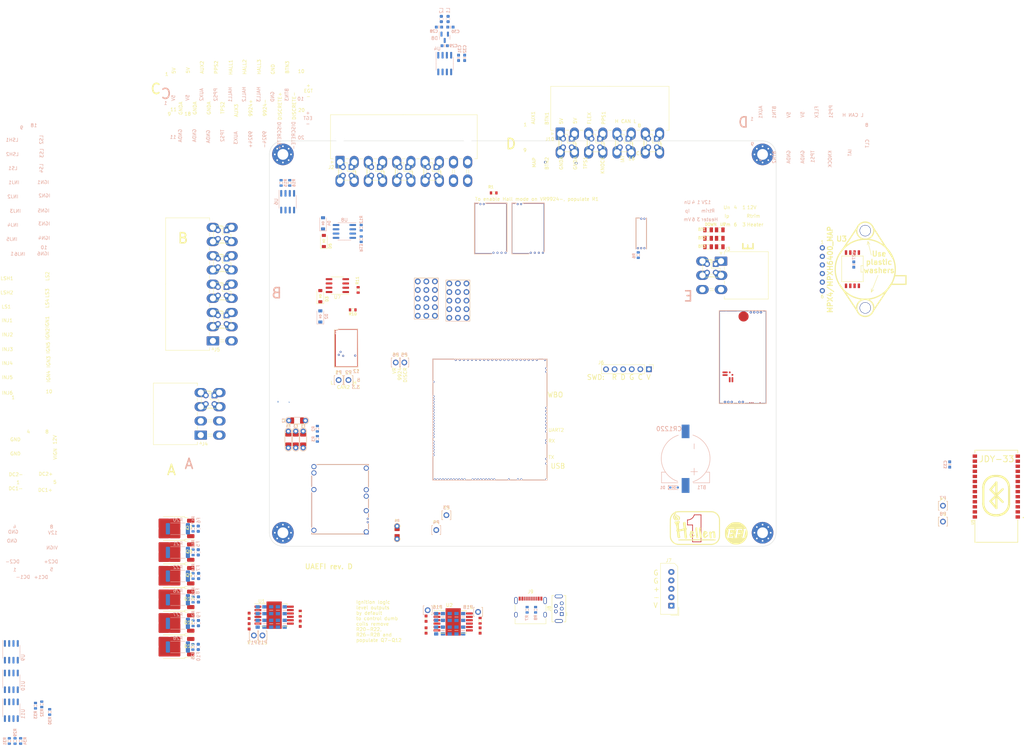
<source format=kicad_pcb>
(kicad_pcb (version 20240108) (generator "pcbnew") (generator_version "8.0")
  (title_block (title "UAEFI") (date "2024-08-15") (rev "D"))
  (layers (0 "F.Cu" signal) (31 "B.Cu" signal) (34 "B.Paste" user) (35 "F.Paste" user) (36 "B.SilkS" user "B.Silkscreen") (37 "F.SilkS" user "F.Silkscreen") (38 "B.Mask" user) (39 "F.Mask" user) (44 "Edge.Cuts" user))
  (net 0 "")
  (net 1 "Net-(BT1-+)")
  (net 2 "GND")
  (net 3 "/DC Driver 1/PWR")
  (net 4 "/OUT_DC1-")
  (net 5 "/OUT_DC1+")
  (net 6 "/DC Driver 2/PWR")
  (net 7 "/OUT_DC2-")
  (net 8 "/OUT_DC2+")
  (net 9 "+5VA")
  (net 10 "Net-(U4-T-)")
  (net 11 "Net-(U4-T+)")
  (net 12 "+3.3VA")
  (net 13 "/VBAT")
  (net 14 "+12V_RAW")
  (net 15 "/OUT_LS1")
  (net 16 "/OUT_LS2")
  (net 17 "/OUT_LS3")
  (net 18 "/OUT_LS4")
  (net 21 "/IN_VIGN")
  (net 22 "+12V")
  (net 23 "Net-(G4-Pad1)")
  (net 24 "Net-(G4-Pad12)")
  (net 25 "Net-(G4-Pad13)")
  (net 26 "Net-(G4-Pad14)")
  (net 27 "Net-(G4-Pad10)")
  (net 28 "+5VP")
  (net 29 "/IN_PPS2")
  (net 30 "/IN_PPS1")
  (net 31 "/IN_CLT")
  (net 32 "/IN_IAT")
  (net 33 "/CAN-")
  (net 34 "/CAN+")
  (net 35 "GNDA")
  (net 36 "/IN_TPS1")
  (net 37 "/IN_TPS2")
  (net 38 "/IN_AUX3")
  (net 39 "/IN_AUX2")
  (net 40 "/IN_AUX1")
  (net 41 "/IN_BUTTON2")
  (net 42 "/IN_BUTTON1")
  (net 43 "/IN_HALL3")
  (net 44 "/IN_HALL2")
  (net 45 "/IN_HALL1")
  (net 46 "/IN_MAP")
  (net 47 "/EGT+")
  (net 48 "/IN_BUTTON3")
  (net 49 "/IN_KNOCK_RAW")
  (net 50 "/IN_FLEX")
  (net 51 "/VR_MAX9924+")
  (net 52 "/EGT-")
  (net 53 "/WBO_Un")
  (net 54 "/WBO_Vm")
  (net 55 "/WBO_Ip")
  (net 56 "/WBO_Rtrim")
  (net 57 "/WBO_Heater")
  (net 58 "/OUT_IGN6")
  (net 59 "/OUT_IGN5")
  (net 60 "/OUT_IGN4")
  (net 61 "/OUT_IGN3")
  (net 62 "/OUT_IGN2")
  (net 63 "/OUT_IGN1")
  (net 64 "/OUT_INJ6")
  (net 65 "/OUT_INJ5")
  (net 66 "/OUT_INJ4")
  (net 67 "/OUT_INJ3")
  (net 68 "/OUT_INJ2")
  (net 69 "/OUT_INJ1")
  (net 70 "Net-(J6-Pin_1)")
  (net 71 "Net-(J6-Pin_2)")
  (net 72 "Net-(J6-Pin_4)")
  (net 73 "Net-(J6-Pin_5)")
  (net 75 "/VBUS")
  (net 76 "/USB-")
  (net 77 "/USB+")
  (net 79 "Net-(J9-CC1)")
  (net 81 "Net-(J9-CC2)")
  (net 84 "/VIGN")
  (net 85 "+5V")
  (net 86 "/PWR_EN")
  (net 87 "Net-(M1-PG_5VP)")
  (net 88 "/IN_KNOCK")
  (net 89 "/VR_MAX9924-")
  (net 90 "/VR_DISCRETE+")
  (net 91 "/VR_DISCRETE-")
  (net 94 "/VR_DISCRETE_THR")
  (net 97 "/DC2_DIS")
  (net 98 "/DC2_DIR")
  (net 99 "/DC1_DIS")
  (net 100 "/LS2")
  (net 101 "/LS1")
  (net 102 "/INJ6")
  (net 103 "/INJ5")
  (net 104 "/INJ4")
  (net 105 "/INJ3")
  (net 106 "/INJ2")
  (net 107 "/INJ1")
  (net 108 "/LS3")
  (net 109 "/LS4")
  (net 110 "/DC1_PWM")
  (net 111 "/DC1_DIR")
  (net 112 "/DC2_PWM")
  (net 113 "Net-(M5-PULL_DOWN1)")
  (net 118 "/EGT/SPI_CS")
  (net 119 "/EGT/SPI_SCK")
  (net 120 "/EGT/SPI_SO")
  (net 127 "+3.3V")
  (net 128 "/IN_VMAIN")
  (net 129 "/INTERNAL_MAP")
  (net 130 "/ADC3")
  (net 131 "/IGN6")
  (net 132 "/IGN5")
  (net 133 "/IGN4")
  (net 134 "/IGN3")
  (net 135 "/IGN2")
  (net 136 "/IGN1")
  (net 138 "Net-(Q7-G)")
  (net 139 "Net-(Q8-G)")
  (net 140 "Net-(Q9-G)")
  (net 141 "Net-(Q10-G)")
  (net 142 "Net-(Q11-G)")
  (net 143 "Net-(Q12-G)")
  (net 150 "Net-(M6-SPI2_CS_{slash}_CAN2_RX_(PB12))")
  (net 151 "Net-(M6-SPI2_SCK_{slash}_CAN2_TX_(PB13))")
  (net 152 "Net-(M6-UART2_TX_(PD5))")
  (net 153 "Net-(M6-UART2_RX_(PD6))")
  (net 154 "Net-(M6-LED_GREEN)")
  (net 155 "Net-(M6-LED_YELLOW)")
  (net 156 "Net-(M7-CANL)")
  (net 157 "Net-(M7-CANH)")
  (net 163 "/VREF1")
  (net 168 "/PG_5VP")
  (net 169 "Net-(F5-Pad1)")
  (net 170 "Net-(F6-Pad1)")
  (net 171 "Net-(F7-Pad1)")
  (net 172 "Net-(F8-Pad1)")
  (net 173 "Net-(F9-Pad1)")
  (net 174 "Net-(F10-Pad1)")
  (net 175 "/12V_KEY")
  (net 186 "/OUT_LS_HOT1")
  (net 187 "/OUT_LS_HOT2")
  (net 188 "/LS_HOT2")
  (net 189 "/LS_HOT1")
  (net 190 "/VR_DISCRETE_A")
  (net 191 "/VR_DISCRETE")
  (net 192 "/VR_MAX9924")
  (footprint "hellen-one-common:R0805" (layer "F.Cu") (at 183.322001 71.334)
    (property "Reference" "R40" (hide yes))
    (property "Value" "DNP" (hide yes))
  )
  (footprint "Package_SO:SOIC-8_3.9x4.9mm_P1.27mm" (layer "F.Cu") (at 70.125 82.835 180)
    (property "Reference" "U7")
    (property "Value" "VNLD5160TR-E")
  )
  (footprint "hellen-one-common:C0603" (layer "F.Cu") (at 96.375 181.44 -90)
    (property "Reference" "C24" (hide yes))
    (property "Value" "100n" (hide yes))
  )
  (footprint "hellen-one-common:R0805" (layer "F.Cu") (at 183.322001 68.834)
    (property "Reference" "R39" (hide yes))
    (property "Value" "DNP" (hide yes))
  )
  (footprint "Package_TO_SOT_SMD:TO-252-2" (layer "F.Cu") (at 21.6725 175.725 180)
    (property "Reference" "Q10")
    (property "Value" "ISL9V3040D3ST")
  )
  (footprint "Connector_PinSocket_2.54mm:PinSocket_2x02_P2.54mm_Vertical" (layer "F.Cu") (at 37.315 91.65)
    (property "Reference" "J21" (hide yes))
    (property "Value" "Conn_02x02_Odd_Even")
  )
  (footprint "Connector_Molex:Molex_Mini-Fit_Jr_5569-16A2_2x08_P4.20mm_Horizontal" (layer "F.Cu") (at 136.1 37.875)
    (property "Reference" "J10")
    (property "Value" "5569-16A2")
  )
  (footprint "hellen-one-common:PAD-TH" (layer "F.Cu") (at 249.4 152.7)
    (property "Reference" "P8")
    (property "Value" "Pad" (hide yes))
  )
  (footprint "Connector_PinSocket_2.54mm:PinSocket_2x02_P2.54mm_Vertical" (layer "F.Cu") (at 37.315 83.25)
    (property "Reference" "J20" (hide yes))
    (property "Value" "Conn_02x02_Odd_Even")
  )
  (footprint "hellen-one-wbo-0.5:wbo" (layer "F.Cu") (at 197.171 117.865 90)
    (property "Reference" "M5" (hide yes))
    (property "Value" "Module-wbo-0.5" (hide yes))
  )
  (footprint "hellen-one-common:PAD-TH" (layer "F.Cu") (at 89.94 105.6)
    (property "Reference" "P5")
    (property "Value" "Pad" (hide yes))
  )
  (footprint "Connector_Molex:Molex_Mini-Fit_Jr_5569-20A2_2x10_P4.20mm_Horizontal" (layer "F.Cu") (at 70.9 46.275)
    (property "Reference" "J2")
    (property "Value" "5569-20A2")
  )
  (footprint "Package_TO_SOT_SMD:TO-252-2" (layer "F.Cu") (at 21.6725 154.725 180)
    (property "Reference" "Q7")
    (property "Value" "ISL9V3040D3ST")
  )
  (footprint "Package_TO_SOT_SMD:TO-252-2" (layer "F.Cu") (at 21.6725 161.725 180)
    (property "Reference" "Q8")
    (property "Value" "ISL9V3040D3ST")
  )
  (footprint "Connector_PinSocket_2.54mm:PinSocket_2x02_P2.54mm_Vertical" (layer "F.Cu") (at 99.49 47.75)
    (property "Reference" "J17" (hide yes))
    (property "Value" "Conn_02x02_Odd_Even")
  )
  (footprint "hellen-one-common:PAD-TH" (layer "F.Cu") (at 70.5 110.8)
    (property "Reference" "P1")
    (property "Value" "Pad" (hide yes))
  )
  (footprint "hellen-one-common:C0603" (layer "F.Cu") (at 112.375 184.94 -90)
    (property "Reference" "C26" (hide yes))
    (property "Value" "10n" (hide yes))
  )
  (footprint "hellen-one-common:R0603" (layer "F.Cu") (at 116.4 55.4 180)
    (property "Reference" "R1")
    (property "Value" "4.7k" (hide yes))
  )
  (footprint "hellen-one-common:LOGO" (layer "F.Cu") (at 176.276 154.686)
    (property "Reference" "G2" (hide yes))
    (property "Value" "LOGO" (hide yes))
  )
  (footprint "hellen-one-common:PAD-TH" (layer "F.Cu") (at 73.4 110.8)
    (property "Reference" "P2")
    (property "Value" "Pad" (hide yes))
  )
  (footprint "hellen-one-common:C0603" (layer "F.Cu") (at 59.125 182.94 -90)
    (property "Reference" "C13" (hide yes))
    (property "Value" "10n" (hide yes))
  )
  (footprint "hellen-one-common:PAD-TH" (layer "F.Cu") (at 47.94 186.4)
    (property "Reference" "P15")
    (property "Value" "Pad" (hide yes))
  )
  (footprint "MountingHole:MountingHole_3.2mm_M3_Pad_Via" (layer "F.Cu") (at 54 44)
    (property "Reference" "H1" (hide yes))
    (property "Value" "M3")
  )
  (footprint "MountingHole:MountingHole_3.2mm_M3_Pad_Via" (layer "F.Cu") (at 196 44)
    (property "Reference" "H4" (hide yes))
    (property "Value" "M3")
  )
  (footprint "hellen-one-common:PAD-1206-PAD" (layer "F.Cu") (at 55.6 128.4 -90)
    (property "Reference" "F4")
    (property "Value" "12H1500D" (hide yes))
  )
  (footprint "hellen-one-common:R0805" (layer "F.Cu") (at 179.872001 71.334)
    (property "Reference" "R37" (hide yes))
    (property "Value" "10k" (hide yes))
  )
  (footprint "hellen-one-common:C0603" (layer "F.Cu") (at 44 180.6 -90)
    (property "Reference" "C11" (hide yes))
    (property "Value" "100n" (hide yes))
  )
  (footprint "Connector_Molex:Molex_SPOX_5267-05A_1x05_P2.50mm_Vertical" (layer "F.Cu") (at 169 177.6 90)
    (property "Reference" "J7")
    (property "Value" "Conn_01x05_Male")
  )
  (footprint "hellen-one-common:PAD-TH" (layer "F.Cu") (at 99.4 155.2)
    (property "Reference" "P4")
    (property "Value" "Pad" (hide yes))
  )
  (footprint "MountingHole:MountingHole_3.2mm_M3_Pad_Via" (layer "F.Cu") (at 54 156)
    (property "Reference" "H2" (hide yes))
    (property "Value" "M3")
  )
  (footprint "hellen-one-vr-discrete-0.5:vr-discrete" (layer "F.Cu") (at 121.675 58.325 -90)
    (property "Reference" "M3" (hide yes))
    (property "Value" "Module-vr-discrete-0.5" (hide yes))
  )
  (footprint "hellen-one-common:R0603" (layer "F.Cu") (at 74.675 90.015 180)
    (property "Reference" "R10")
    (property "Value" "4.7k" (hide yes))
  )
  (footprint "hellen-one-common:PAD-TH" (layer "F.Cu") (at 45.4 186.4)
    (property "Reference" "P17")
    (property "Value" "Pad" (hide yes))
  )
  (footprint "hellen-one-common:USB-MINI-B-VERTICAL" (layer "F.Cu") (at 135.675 178.478318 90)
    (property "Reference" "J8")
    (property "Value" "USB_B_Mini")
  )
  (footprint "hellen-one-common:PAD-1206-PAD" (layer "F.Cu") (at 57.8 128.4 -90)
    (property "Reference" "F3")
    (property "Value" "12H1500D" (hide yes))
  )
  (footprint "hellen-one-knock-0.2:knock" (layer "F.Cu") (at 158.4 62.75 -90)
    (property "Reference" "M2" (hide yes))
    (property "Value" "Module-knock-0.2" (hide yes))
  )
  (footprint "hellen-one-common:C0603" (layer "F.Cu") (at 96.375 184.94 90)
    (property "Reference" "C25" (hide yes))
    (property "Value" "10n" (hide yes))
  )
  (footprint "hellen-one-common:PAD-TH" (layer "F.Cu") (at 111.775 179.44)
    (property "Reference" "P18")
    (property "Value" "Pad" (hide yes))
  )
  (footprint "hellen-one-power_12and5V-0.2:power_12and5V" (layer "F.Cu") (at 62.424999 156.475001)
    (property "Reference" "M1" (hide yes))
    (property "Value" "Module-power_12and5V-0.2" (hide yes))
  )
  (footprint "Package_TO_SOT_SMD:TO-252-2" (layer "F.Cu") (at 21.6725 189.725 180)
    (property "Reference" "Q12")
    (property "Value" "ISL9V3040D3ST")
  )
  (footprint "hellen-one-common:PAD-TH" (layer "F.Cu") (at 87.4 105.6)
    (property "Reference" "P6")
    (property "Value" "Pad" (hide yes))
  )
  (footprint "hellen-one-can-0.1:can" (layer "F.Cu") (at 69.181663 95.637502 -90)
    (property "Reference" "M7" (hide yes))
    (property "Value" "Module-can-0.1" (hide yes))
  )
  (footprint "hellen-one-common:R0603" (layer "F.Cu") (at 59.125 179.94 -90)
    (property "Reference" "R9" (hide yes))
    (property "Value" "4.7k" (hide yes))
  )
  (footprint "Connector_PinSocket_2.54mm:PinSocket_2x02_P2.54mm_Vertical" (layer "F.Cu") (at 156.29 39.35)
    (property "Reference" "J11" (hide yes))
    (property "Value" "Conn_02x02_Odd_Even")
  )
  (footprint "Connector_Molex:Molex_Mini-Fit_Jr_5569-18A2_2x09_P4.20mm_Horizontal" (layer "F.Cu") (at 33.275 99.2 90)
    (property "Reference" "J5")
    (property "Value" "5569-18A2")
  )
  (footprint "Package_TO_SOT_SMD:TO-252-2" (layer "F.Cu") (at 21.6725 168.725 180)
    (property "Reference" "Q9")
    (property "Value" "ISL9V3040D3ST")
  )
  (footprint "kicad6-libraries:JDY-33" (layer "F.Cu") (at 265.2 145 180)
    (property "Reference" "U5")
    (property "Value" "JDY-33")
  )
  (footprint "Connector_PinSocket_2.54mm:PinSocket_2x02_P2.54mm_Vertical" (layer "F.Cu") (at 164.69 39.35)
    (property "Reference" "J1" (hide yes))
    (property "Value" "Conn_02x02_Odd_Even")
  )
  (footprint "Connector_Molex:Molex_Mini-Fit_Jr_5569-06A2_2x03_P4.20mm_Horizontal" (layer "F.Cu") (at 183.7 75.6 -90)
    (property "Reference" "J3")
    (property "Value" "5569-06A2")
  )
  (footprint "hellen-one-common:R0805" (layer "F.Cu") (at 179.872001 66.334)
    (property "Reference" "R35" (hide yes))
    (property "Value" "10k" (hide yes))
  )
  (footprint "Connector_PinSocket_2.54mm:PinSocket_2x02_P2.54mm_Vertical" (layer "F.Cu") (at 91.09 47.75)
    (property "Reference" "J16" (hide yes))
    (property "Value" "Conn_02x02_Odd_Even")
  )
  (footprint "hellen-one-common:PAD-1206-PAD" (layer "F.Cu") (at 60 128.4 -90)
    (property "Reference" "F1")
    (property "Value" "12H1500D" (hide yes))
  )
  (footprint "hellen-one-common:PROTO_AREA" (layer "F.Cu") (at 93.92 91.76 90)
    (property "Reference" "G3" (hide yes))
    (property "Value" "PROTO_AREA" (hide yes))
  )
  (footprint "hellen-one-common:PAD-TH" (layer "F.Cu") (at 102.4 150.8)
    (property "Reference" "P3")
    (property "Value" "Pad" (hide yes))
  )
  (footprint "hellen-one-common:PAD-0805-PAD" (layer "F.Cu") (at 87.8 155.950001 -90)
    (property "Reference" "R4")
    (property "Value" "Jumper-Pad-Pad" (hide yes))
  )
  (footprint "hellen-one-common:R0603" (layer "F.Cu") (at 76.275 84.115 -90)
    (property "Reference" "R11")
    (property "Value" "4.7k" (hide yes))
  )
  (footprint "hellen-one-common:SOD-123" (layer "F.Cu") (at 65.075 85.965 90)
    (property "Reference" "D3")
    (property "Value" "B5819W" (hide yes))
  )
  (footprint "hellen-one-common:R0805" (layer "F.Cu") (at 183.322001 66.334)
    (property "Reference" "R38" (hide yes))
    (property "Value" "DNP" (hide yes))
  )
  (footprint "hellen-one-common:R0805" (layer "F.Cu") (at 179.872001 68.834)
    (property "Reference" "R36" (hide yes))
    (property "Value" "10k" (hide yes))
  )
  (footprint "Package_SO:Infineon_PG-DSO-12-11" (layer "F.Cu") (at 51.4 180.4)
    (property "Reference" "U1")
    (property "Value" "TLE9201SG")
  )
  (footprint "Package_SO:Infineon_PG-DSO-12-11" (layer "F.Cu") (at 104.4 182.4)
    (property "Reference" "U2")
    (property "Value" "TLE9201SG")
  )
  (footprint "Connector_PinSocket_2.54mm:PinSocket_2x02_P2.54mm_Vertical" (layer "F.Cu") (at 182.118 76.454)
    (property "Reference" "J24" (hide yes))
    (property "Value" "Conn_02x02_Odd_Even")
  )
  (footprint "Connector_Molex:Molex_Mini-Fit_Jr_5569-08A2_2x04_P4.20mm_Horizontal" (layer "F.Cu") (at 29.675 127.1 90)
    (property "Reference" "J4")
    (property "Value" "5569-08A2")
  )
  (footprint "hellen-one-common:PAD-TH" (layer "F.Cu") (at 249.4 148)
    (property "Reference" "P7")
    (property "Value" "Pad" (hide yes))
  )
  (footprint "hellen-one-mega-mcu100-0.3:mega-mcu100" (layer "F.Cu") (at 132.275005 104.524995 180)
    (property "Reference" "M6" (hide yes))
    (property "Value" "Module:mega-mcu100/0.3" (hide yes))
  )
  (footprint "Package_TO_SOT_SMD:TO-252-2" (layer "F.Cu") (at 21.6725 182.725 180)
    (property "Reference" "Q11")
    (property "Value" "ISL9V3040D3ST")
  )
  (footprint "Connector_PinSocket_2.54mm:PinSocket_2x02_P2.54mm_Vertical" (layer "F.Cu") (at 139.49 39.35)
    (property "Reference" "J13" (hide yes))
    (property "Value" "Conn_02x02_Odd_Even")
  )
  (footprint "kicad6-libraries:USB_C" (layer "F.Cu") (at 127.3 179.178318)
    (property "Reference" "J9")
    (property "Value" "USB_C")
  )
  (footprint "MountingHole:MountingHole_3.2mm_M3_Pad_Via" (layer "F.Cu") (at 196 156)
    (property "Reference" "H3" (hide yes))
    (property "Value" "M3")
  )
  (footprint "hellen-one-vr-max9924-0.1:vr-max9924" (layer "F.Cu") (at 110.625 58.325 -90)
    (property "Reference" "M4" (hide yes))
    (property "Value" "Module-vr-max9924-0.1" (hide yes))
  )
  (footprint "Connector_PinSocket_2.54mm:PinSocket_2x02_P2.54mm_Vertical" (layer "F.Cu") (at 74.29 47.75)
    (property "Reference" "J14" (hide yes))
    (property "Value" "Conn_02x02_Odd_Even")
  )
  (footprint "kicad6-libraries:rusefi_logo" (layer "F.Cu") (at 188.214 156.21)
    (property "Reference" "G1" (hide yes))
    (property "Value" "RUSEFI_LOGO" (hide yes))
  )
  (footprint "Connector_PinSocket_2.54mm:PinSocket_2x02_P2.54mm_Vertical" (layer "F.Cu") (at 37.315 66.45)
    (property "Reference" "J18" (hide yes))
    (property "Value" "Conn_02x02_Odd_Even")
  )
  (footprint "hellen-one-common:PAD-1206-PAD" (layer "F.Cu") (at 58.2 122.8)
    (property "Reference" "F2")
    (property "Value" "12H1500D" (hide yes))
  )
  (footprint "Connector_PinSocket_2.54mm:PinSocket_2x02_P2.54mm_Vertical" (layer "F.Cu") (at 82.69 47.75)
    (property "Reference" "J15" (hide yes))
    (property "Value" "Conn_02x02_Odd_Even")
  )
  (footprint "hellen-one-common:SOD-123" (layer "F.Cu") (at 66.125 69.625 90)
    (property "Reference" "D5")
    (property "Value" "B5819W" (hide yes))
  )
  (footprint "Connector_PinHeader_2.54mm:PinHeader_1x06_P2.54mm_Vertical" (layer "F.Cu") (at 162.35 107.6 -90)
    (property "Reference" "J6")
    (property "Value" "Conn_01x06")
  )
  (footprint "Connector_PinSocket_2.54mm:PinSocket_2x02_P2.54mm_Vertical" (layer "F.Cu") (at 37.315 74.85)
    (property "Reference" "J19" (hide yes))
    (property "Value" "Conn_02x02_Odd_Even")
  )
  (footprint "Connector_PinSocket_2.54mm:PinSocket_2x02_P2.54mm_Vertical" (layer "F.Cu") (at 33.715 115.35)
    (property "Reference" "J22" (hide yes))
    (property "Value" "Conn_02x02_Odd_Even")
  )
  (footprint "hellen-one-common:R0603" (layer "F.Cu") (at 112.375 182.04 -90)
    (property "Reference" "R14" (hide yes))
    (property "Value" "4.7k" (hide yes))
  )
  (footprint "Connector_PinSocket_2.54mm:PinSocket_2x02_P2.54mm_Vertical" (layer "F.Cu") (at 147.89 39.35)
    (property "Reference" "J12" (hide yes))
    (property "Value" "Conn_02x02_Odd_Even")
  )
  (footprint "kicad6-libraries:MPX-4_MAP" (layer "F.Cu") (at 230.2 78 -90)
    (property "Reference" "U3")
    (property "Value" "MPX4/MPXH6400_MAP")
  )
  (footprint "hellen-one-common:PAD-TH" (layer "F.Cu") (at 96.855 178.94)
    (property "Reference" "P16")
    (property "Value" "Pad" (hide yes))
  )
  (footprint "hellen-one-common:C0603" (layer "F.Cu") (at 44 183.7 90)
    (property "Reference" "C12" (hide yes))
    (property "Value" "10n" (hide yes))
  )
  (footprint "hellen-one-common:PROTO_AREA" (layer "F.Cu") (at 103.26 92.36 90)
    (property "Reference" "G4" (hide yes))
    (property "Value" "PROTO_AREA" (hide yes))
  )
  (footprint "Package_TO_SOT_SMD:SOT-23" (layer "B.Cu") (at 101.9 9.327976 -90)
    (property "Reference" "D8")
    (property "Value" "NUP2105L")
  )
  (footprint "hellen-one-common:C0805" (layer "B.Cu") (at 54.525 182.94 90)
    (property "Reference" "C10" (hide yes))
    (property "Value" "10u" (hide yes))
  )
  (footprint "hellen-one-common:C0603" (layer "B.Cu") (at 223 76.6 -90)
    (property "Reference" "C27")
    (property "Value" "100n" (hide yes))
  )
  (footprint "hellen-one-common:SOD-123" (layer "B.Cu") (at 65.875 64.395 90)
    (property "Reference" "D4")
    (property "Value" "B5819W" (hide yes))
  )
  (footprint "kicad6-libraries:CR1220-2" (layer "B.Cu") (at 173.2 134 90)
    (property "Reference" "BT1")
    (property "Value" "CR1220")
  )
  (footprint "Package_SO:SOIC-8_3.9x4.9mm_P1.27mm" (layer "B.Cu") (at -26.4 200 -90)
    (property "Reference" "U10")
    (property "Value" "VNLD5160TR-E")
  )
  (footprint "hellen-one-common:R0603" (layer "B.Cu") (at -27 217.65 90)
    (property "Reference" "R31")
    (property "Value" "4.7k" (hide yes))
  )
  (footprint "hellen-one-common:C0603" (layer "B.Cu") (at 103.590001 6.309999 180)
    (property "Reference" "C30")
    (property "Value" "10n" (hide yes))
  )
  (footprint "hellen-one-common:C0805" (layer "B.Cu") (at 48.525 182.94 90)
    (property "Reference" "C7" (hide yes))
    (property "Value" "10u" (hide yes))
  )
  (footprint "hellen-one-common:C0603" (layer "B.Cu") (at 251.4 135.790001 -90)
    (property "Reference" "C33")
    (property "Value" "100n" (hide yes))
  )
  (footprint "hellen-one-common:C0603" (layer "B.Cu") (at 101.9 11.827976)
    (property "Reference" "C29")
    (property "Value" "100n" (hide yes))
  )
  (footprint "hellen-one-common:R0603" (layer "B.Cu") (at -23.65 217.65 90)
    (property "Reference" "R34")
    (property "Value" "4.7k" (hide yes))
  )
  (footprint "hellen-one-common:C0805" (layer "B.Cu") (at 105.375 180.94 -90)
    (property "Reference" "C17" (hide yes))
    (property "Value" "10u" (hide yes))
  )
  (footprint "Resistor_SMD:R_2512_6332Metric" (layer "B.Cu") (at 22.9125 154.825 180)
    (property "Reference" "R20")
    (property "Value" "0")
  )
  (footprint "hellen-one-common:C0805" (layer "B.Cu") (at 50.525 178.94 -90)
    (property "Reference" "C3" (hide yes))
    (property "Value" "10u" (hide yes))
  )
  (footprint "hellen-one-common:C0805" (layer "B.Cu") (at 107.375 184.94 90)
    (property "Reference" "C23" (hide yes))
    (property "Value" "10u" (hide yes))
  )
  (footprint "Package_SO:SOIC-8_3.9x4.9mm_P1.27mm" (layer "B.Cu") (at 101.9 17.109999 -90)
    (property "Reference" "U4")
    (property "Value" "MAX31855KASA")
  )
  (footprint "hellen-one-common:C0805" (layer "B.Cu") (at 46.525 178.94 -90)
    (property "Reference" "C1" (hide yes))
    (property "Value" "10u" (hide yes))
  )
  (footprint "Resistor_SMD:R_2512_6332Metric" (layer "B.Cu") (at 22.9125 175.825 180)
    (property "Reference" "R26")
    (property "Value" "0")
  )
  (footprint "Package_SO:SOIC-8_3.9x4.9mm_P1.27mm" (layer "B.Cu") (at -26.4 208.55 -90)
    (property "Reference" "U11")
    (property "Value" "VNLD5160TR-E")
  )
  (footprint "hellen-one-common:C0603" (layer "B.Cu") (at 106 15.409999 90)
    (property "Reference" "C31")
    (property "Value" "100n" (hide yes))
  )
  (footprint "Fuse:Fuse_0603_1608Metric" (layer "B.Cu") (at 28.9875 182.75 -90)
    (property "Reference" "F9")
    (property "Value" "50mA")
  )
  (footprint "hellen-one-common:C0805" (layer "B.Cu") (at 99.375 180.94 -90)
    (property "Reference" "C14" (hide yes))
    (property "Value" "10u" (hide yes))
  )
  (footprint "hellen-one-common:C0805" (layer "B.Cu") (at 99.375 184.94 90)
    (property "Reference" "C19" (hide yes))
    (property "Value" "10u" (hide yes))
  )
  (footprint "Fuse:Fuse_0603_1608Metric" (layer "B.Cu") (at 28.9375 154.8 -90)
    (property "Reference" "F6")
    (property "Value" "50mA")
  )
  (footprint "Resistor_SMD:R_2512_6332Metric" (layer "B.Cu") (at 22.9125 182.825 180)
    (property "Reference" "R27")
    (property "Value" "0")
  )
  (footprint "Resistor_SMD:R_2512_6332Metric" (layer "B.Cu") (at 22.9125 161.825 180)
    (property "Reference" "R21")
    (property "Value" "0")
  )
  (footprint "hellen-one-common:C0805" (layer "B.Cu") (at 52.525 178.94 -90)
    (property "Reference" "C4" (hide yes))
    (property "Value" "10u" (hide yes))
  )
  (footprint "Fuse:Fuse_0603_1608Metric" (layer "B.Cu") (at 28.9375 189.8 -90)
    (property "Reference" "F10")
    (property "Value" "50mA")
  )
  (footprint "hellen-one-common:SOD-123" (layer "B.Cu") (at 65.075 91.965 90)
    (property "Reference" "D2")
    (property "Value" "B5819W" (hide yes))
  )
  (footprint "hellen-one-common:SOD-323" (layer "B.Cu") (at 169.8 142.6)
    (property "Reference" "D1")
    (property "Value" "1N4148WS" (hide yes))
  )
  (footprint "hellen-one-common:R0603" (layer "B.Cu") (at 27.4 168.8 90)
    (property "Reference" "R19")
    (property "Value" "22" (hide yes))
  )
  (footprint "hellen-one-common:R0603" (layer "B.Cu") (at -19.25 207.2 -90)
    (property "Reference" "R33")
    (property "Value" "4.7k" (hide yes))
  )
  (footprint "hellen-one-common:C0805" (layer "B.Cu") (at 103.375 184.94 90)
    (property "Reference" "C21" (hide yes))
    (property "Value" "10u" (hide yes))
  )
  (footprint "Fuse:Fuse_0603_1608Metric" (layer "B.Cu") (at 28.9875 175.75 -90)
    (property "Reference" "F8")
    (property "Value" "50mA")
  )
  (footprint "hellen-one-common:R0603" (layer "B.Cu") (at 27.4 175.8 90)
    (property "Reference" "R23")
    (property "Value" "22" (hide yes))
  )
  (footprint "hellen-one-common:R0603" (layer "B.Cu") (at 126.3 178.8 90)
    (property "Reference" "R7")
    (property "Value" "5.6k" (hide yes))
  )
  (footprint "hellen-one-common:R0603" (layer "B.Cu") (at 27.4 182.8 90)
    (property "Reference" "R24")
    (property "Value" "22" (hide yes))
  )
  (footprint "Fuse:Fuse_0603_1608Metric" (layer "B.Cu") (at 29.0375 168.8 -90)
    (property "Reference" "F7")
    (property "Value" "50mA")
  )
  (footprint "hellen-one-common:C0603" (layer "B.Cu") (at 107.8 15.409999 90)
    (property "Reference" "C32")
    (property "Value" "1u" (hide yes))
  )
  (footprint "hellen-one-common:R0603" (layer "B.Cu") (at 56.015 52.425 90)
    (property "Reference" "R16")
    (property "Value" "4.7k" (hide yes))
  )
  (footprint "Package_SO:SOIC-8_3.9x4.9mm_P1.27mm" (layer "B.Cu") (at -26.4 191.25 -90)
    (property "Reference" "U9")
    (property "Value" "VNLD5160TR-E")
  )
  (footprint "hellen-one-common:R0603" (layer "B.Cu") (at -15.05 209.05 90)
    (property "Reference" "R30")
    (property "Value" "4.7k" (hide yes))
  )
  (footprint "Resistor_SMD:R_2512_6332Metric" (layer "B.Cu") (at 22.9125 168.825 180)
    (property "Reference" "R22")
    (property "Value" "0")
  )
  (footprint "hellen-one-common:R0603" (layer "B.Cu") (at 27.3375 189.8 90)
    (property "Reference" "R25")
    (property "Value" "22" (hide yes))
  )
  (footprint "Inductor_SMD:L_0603_1608Metric" (layer "B.Cu") (at 100.9 3.909999 -90)
    (property "Reference" "L2")
    (property "Value" "470R@100MHz")
  )
  (footprint "hellen-one-common:C0805" (layer "B.Cu") (at 103.375 180.94 -90)
    (property "Reference" "C16" (hide yes))
    (property "Value" "10u" (hide yes))
  )
  (footprint "hellen-one-common:R0603" (layer "B.Cu") (at 27.4 154.8 90)
    (property "Reference" "R17")
    (property "Value" "22" (hide yes))
  )
  (footprint "hellen-one-common:C0805" (layer "B.Cu") (at 105.375 184.94 90)
    (property "Reference" "C22" (hide yes))
    (property "Value" "10u" (hide yes))
  )
  (footprint "hellen-one-common:R0603" (layer "B.Cu") (at 128.8 178.8 90)
    (property "Reference" "R8")
    (property "Value" "5.6k" (hide yes))
  )
  (footprint "hellen-one-common:R0603" (layer "B.Cu") (at 64.2 128.2 90)
    (property "Reference" "R3")
    (property "Value" "6.8k" (hide yes))
  )
  (footprint "hellen-one-common:R0603" (layer "B.Cu") (at 53.465 52.425 90)
    (property "Reference" "R15")
    (property "Value" "4.7k" (hide yes))
  )
  (footprint "hellen-one-common:R0603" (layer "B.Cu") (at 77.175 69.095 90)
    (property "Reference" "R13")
    (property "Value" "4.7k" (hide yes))
  )
  (footprint "hellen-one-common:C0805" (layer "B.Cu") (at 54.525 178.94 -90)
    (property "Reference" "C5" (hide yes))
    (property "Value" "10u" (hide yes))
  )
  (footprint "Fuse:Fuse_0603_1608Metric" (layer "B.Cu") (at 28.9375 161.8 -90)
    (property "Reference" "F5")
    (property "Value" "50mA")
  )
  (footprint "hellen-one-common:R0603" (layer "B.Cu") (at -17.4 206.8 -90)
    (property "Reference" "R32")
    (property "Value" "4.7k" (hide yes))
  )
  (footprint "hellen-one-common:C0603" (layer "B.Cu") (at 100.2 6.309999)
    (property "Reference" "C28")
    (property "Value" "10n" (hide yes))
  )
  (footprint "Package_SO:SOIC-8_3.9x4.9mm_P1.27mm" (layer "B.Cu") (at 55.4 58 -90)
    (property "Reference" "U6")
    (property "Value" "VNLD5160TR-E")
  )
  (footprint "hellen-one-common:R0603" (layer "B.Cu") (at -25.3 217.65 90)
    (property "Reference" "R29")
    (property "Value" "4.7k" (hide yes))
  )
  (footprint "hellen-one-common:R0603" (layer "B.Cu") (at 27.4 161.8 90)
    (property "Reference" "R18")
    (property "Value" "22" (hide yes))
  )
  (footprint "Inductor_SMD:L_0603_1608Metric" (layer "B.Cu") (at 102.9 3.909999 -90)
    (property "Reference" "L1")
    (property "Value" "470R@100MHz")
  )
  (footprint "hellen-one-common:C0805" (layer "B.Cu") (at 101.375 180.94 -90)
    (property "Reference" "C15" (hide yes))
    (property "Value" "10u" (hide yes))
  )
  (footprint "Resistor_SMD:R_2512_6332Metric" (layer "B.Cu") (at 22.9125 189.825 180)
    (property "Reference" "R28")
    (property "Value" "0")
  )
  (footprint "hellen-one-common:C0805" (layer "B.Cu") (at 50.525 182.94 90)
    (property "Reference" "C8" (hide yes))
    (property "Value" "10u" (hide yes))
  )
  (footprint "hellen-one-common:C0805" (layer "B.Cu") (at 52.525 182.94 90)
    (property "Reference" "C9" (hide yes))
    (property "Value" "10u" (hide yes))
  )
  (footprint "hellen-one-common:C0805" (layer "B.Cu") (at 46.525 182.94 90)
    (property "Reference" "C6" (hide yes))
    (property "Value" "10u" (hide yes))
  )
  (footprint "hellen-one-common:C0805" (layer "B.Cu") (at 48.525 178.94 -90)
    (property "Reference" "C2" (hide yes))
    (property "Value" "10u" (hide yes))
  )
  (footprint "hellen-one-common:C0805" (layer "B.Cu") (at 107.375 180.94 -90)
    (property "Reference" "C18" (hide yes))
    (property "Value" "10u" (hide yes))
  )
  (footprint "hellen-one-common:R0603" (layer "B.Cu") (at 77.175 65.695 90)
    (property "Reference" "R12")
    (property "Value" "4.7k" (hide yes))
  )
  (footprint "hellen-one-common:C0805" (layer "B.Cu") (at 101.375 184.94 90)
    (property "Reference" "C20" (hide yes))
    (property "Value" "10u" (hide yes))
  )
  (footprint "hellen-one-common:R0603" (layer "B.Cu") (at 159.2 73.8 -90)
    (property "Reference" "R6")
    (property "Value" "0" (hide yes))
  )
  (footprint "hellen-one-common:R0603" (layer "B.Cu") (at 64.2 125.2 90)
    (property "Reference" "R2")
    (property "Value" "33k" (hide yes))
  )
  (footprint "Package_SO:SOIC-8_3.9x4.9mm_P1.27mm" (layer "B.Cu") (at 72.2 66.8 180)
    (property "Reference" "U8")
    (property "Value" "VNLD5160TR-E")
  )
  (gr_arc (start 200 156) (mid 198.828427 158.828427) (end 196 160) (stroke (width 0.1)) (layer "Edge.Cuts"))
  (gr_line (start 196 160) (end 54 160) (stroke (width 0.1)) (layer "Edge.Cuts"))
  (gr_line (start 50 156) (end 50 44) (stroke (width 0.1)) (layer "Edge.Cuts"))
  (gr_line (start 54 40) (end 196 40) (stroke (width 0.1)) (layer "Edge.Cuts"))
  (gr_arc (start 54 160) (mid 51.171573 158.828427) (end 50 156) (stroke (width 0.1)) (layer "Edge.Cuts"))
  (gr_line (start 200 44) (end 200 156) (stroke (width 0.1)) (layer "Edge.Cuts"))
  (gr_arc (start 50 44) (mid 51.171573 41.171573) (end 54 40) (stroke (width 0.1)) (layer "Edge.Cuts"))
  (gr_arc (start 196 40) (mid 198.828427 41.171573) (end 200 44) (stroke (width 0.1)) (layer "Edge.Cuts"))
  (gr_text "GND" (at 50.9 26.9 90) (layer "B.SilkS") (effects (font (size 1 1)) (justify mirror)))
  (gr_text "GND" (at -26.2 158.4 0) (layer "B.SilkS") (effects (font (size 1 1)) (justify mirror)))
  (gr_text "18" (at -19.75 35.4 0) (layer "B.SilkS") (effects (font (size 1 1)) (justify mirror)))
  (gr_text "HALL3" (at 46.8 26.2 90) (layer "B.SilkS") (effects (font (size 1 1)) (justify mirror)))
  (gr_text "5" (at -14.5 166.85 0) (layer "B.SilkS") (effects (font (size 1 1)) (justify mirror)))
  (gr_text "DC2+" (at -14.65 164.55 0) (layer "B.SilkS") (effects (font (size 1 1)) (justify mirror)))
  (gr_text "INJ2" (at -25.95 56.5 0) (layer "B.SilkS") (effects (font (size 1 1)) (justify mirror)))
  (gr_text "DISCRETE+" (at 52.95 38.47 90) (layer "B.SilkS") (effects (font (size 1 1)) (justify mirror)))
  (gr_text "6" (at 175.514 63.246 0) (layer "B.SilkS") (effects (font (size 1 1)) (justify mirror)))
  (gr_text "5V" (at 21.55 27.3 90) (layer "B.SilkS") (effects (font (size 1 1)) (justify mirror)))
  (gr_text "3.3" (at 75.6 112.9 0) (layer "B.SilkS") (effects (font (size 1 1)) (justify mirror)))
  (gr_text "10" (at -16.739239 71.544619 0) (layer "B.SilkS") (effects (font (size 1 1)) (justify mirror)))
  (gr_text "GND" (at -25.85 155.75 0) (layer "B.SilkS") (effects (font (size 1 1)) (justify mirror)))
  (gr_text "LS4" (at -17.5 48.1 90) (layer "B.SilkS") (effects (font (size 1 1)) (justify mirror)))
  (gr_text "BTN1" (at 199.45 31.5 90) (layer "B.SilkS") (effects (font (size 1 1)) (justify mirror)))
  (gr_text "9" (at -23.35 36.1 0) (layer "B.SilkS") (effects (font (size 1 1)) (justify mirror)))
  (gr_text "9924-" (at 48.54 39.54 90) (layer "B.SilkS") (effects (font (size 1 1)) (justify mirror)))
  (gr_text "11" (at 21.45 38.85 0) (layer "B.SilkS") (effects (font (size 1 1)) (justify mirror)))
  (gr_text "HALL1" (at 38.4 26.3 90) (layer "B.SilkS") (effects (font (size 1 1)) (justify mirror)))
  (gr_text "4" (at -25.4 154.25 0) (layer "B.SilkS") (effects (font (size 1 1)) (justify mirror)))
  (gr_text "B" (at 52.15 85.05 0) (layer "B.SilkS") (effects (font (size 3 3) (thickness 0.45)) (justify mirror)))
  (gr_text "Heater" (at 180.34 63.246 0) (layer "B.SilkS") (effects (font (size 1 1)) (justify mirror)))
  (gr_text "3" (at 177.038 63.246 0) (layer "B.SilkS") (effects (font (size 1 1)) (justify mirror)))
  (gr_text "LS3" (at -17.4 43.6 90) (layer "B.SilkS") (effects (font (size 1 1)) (justify mirror)))
  (gr_text "5V" (at 207.8 32.2 90) (layer "B.SilkS") (effects (font (size 1 1)) (justify mirror)))
  (gr_text "8" (at 226.85 35.3 0) (layer "B.SilkS") (effects (font (size 1 1)) (justify mirror)))
  (gr_text "A" (at 26.2 135.6 0) (layer "B.SilkS") (effects (font (size 3 3) (thickness 0.45)) (justify mirror)))
  (gr_text "DISCRETE-" (at 57.16 38.4 90) (layer "B.SilkS") (effects (font (size 1 1)) (justify mirror)))
  (gr_text "L CAN H" (at 222.75 32.35 0) (layer "B.SilkS") (effects (font (size 1 1)) (justify mirror)))
  (gr_text "GNDA" (at 27.8 38.4 90) (layer "B.SilkS") (effects (font (size 1 1)) (justify mirror)))
  (gr_text "AUX1" (at 195.4 31.5 90) (layer "B.SilkS") (effects (font (size 1 1)) (justify mirror)))
  (gr_text "1" (at 192.85 33.5 0) (layer "B.SilkS") (effects (font (size 1 1)) (justify mirror)))
  (gr_text "9924+" (at 44.39 39.55 90) (layer "B.SilkS") (effects (font (size 1 1)) (justify mirror)))
  (gr_text "Rtrim" (at 179.832 60.706 0) (layer "B.SilkS") (effects (font (size 1 1)) (justify mirror)))
  (gr_text "AUX2" (at 29.9 26.3 90) (layer "B.SilkS") (effects (font (size 1 1)) (justify mirror)))
  (gr_text "DC1+" (at -17.6 169.15 0) (layer "B.SilkS") (effects (font (size 1 1)) (justify mirror)))
  (gr_text "TPS2" (at 36.1 38.45 90) (layer "B.SilkS") (effects (font (size 1 1)) (justify mirror)))
  (gr_text "IGN6" (at -17 73.4 0) (layer "B.SilkS") (effects (font (size 1 1)) (justify mirror)))
  (gr_text "12V" (at -14.15 156 0) (layer "B.SilkS") (effects (font (size 1 1)) (justify mirror)))
  (gr_text "5" (at 76.4 110.8 0) (layer "B.SilkS") (effects (font (size 1 1)) (justify mirror)))
  (gr_text "9" (at 193 40.95 0) (layer "B.SilkS") (effects (font (size 1 1)) (justify mirror)))
  (gr_text "20" (at 59.35 39.05 0) (layer "B.SilkS") (effects (font (size 1 1)) (justify mirror)))
  (gr_text "Vm" (at 173.736 63.246 0) (layer "B.SilkS") (effects (font (size 1 1)) (justify mirror)))
  (gr_text "GNDA" (at 203.7 44.75 90) (layer "B.SilkS") (effects (font (size 1 1)) (justify mirror)))
  (gr_text "DC2-" (at -26.05 164.55 0) (layer "B.SilkS") (effects (font (size 1 1)) (justify mirror)))
  (gr_text "1" (at -25.4 166.95 0) (layer "B.SilkS") (effects (font (size 1 1)) (justify mirror)))
  (gr_text "TPS1" (at 210.85 44.65 90) (layer "B.SilkS") (effects (font (size 1 1)) (justify mirror)))
  (gr_text "BTN3" (at 55.15 26.3 90) (layer "B.SilkS") (effects (font (size 1 1)) (justify mirror)))
  (gr_text "E" (at 174 86 0) (layer "B.SilkS") (effects (font (size 3 3) (thickness 0.45)) (justify mirror)))
  (gr_text "12" (at 75.7 108.2 0) (layer "B.SilkS") (effects (font (size 1 1)) (justify mirror)))
  (gr_text "INJ1" (at -25.65 52.3 0) (layer "B.SilkS") (effects (font (size 1 1)) (justify mirror)))
  (gr_text "MAP" (at 195.7 44.55 90) (layer "B.SilkS") (effects (font (size 1 1)) (justify mirror)))
  (gr_text "INJ5" (at -26.25 69.1 0) (layer "B.SilkS") (effects (font (size 1 1)) (justify mirror)))
  (gr_text "1" (at 177.038 58.166 0) (layer "B.SilkS") (effects (font (size 1 1)) (justify mirror)))
  (gr_text "IGN3" (at -16.65 64.5 0) (layer "B.SilkS") (effects (font (size 1 1)) (justify mirror)))
  (gr_text "Ip" (at 173.736 60.706 0) (layer "B.SilkS") (effects (font (size 1 1)) (justify mirror)))
  (gr_text "12V" (at 179.324 58.166 0) (layer "B.SilkS") (effects (font (size 1 1)) (justify mirror)))
  (gr_text "IGN2" (at -16.6 56.2 0) (layer "B.SilkS") (effects (font (size 1 1)) (justify mirror)))
  (gr_text "5V" (at 25.75 27.2 90) (layer "B.SilkS") (effects (font (size 1 1)) (justify mirror)))
  (gr_text "IAT" (at 221.85 43.5 90) (layer "B.SilkS") (effects (font (size 1 1)) (justify mirror)))
  (gr_text "5V" (at 203.7 32.3 90) (layer "B.SilkS") (effects (font (size 1 1)) (justify mirror)))
  (gr_text "LSH2" (at -26.1 43.95 0) (layer "B.SilkS") (effects (font (size 1 1)) (justify mirror)))
  (gr_text "8" (at -14.5 154.25 0) (layer "B.SilkS") (effects (font (size 1 1)) (justify mirror)))
  (gr_text "Un" (at 173.736 58.166 0) (layer "B.SilkS") (effects (font (size 1 1)) (justify mirror)))
  (gr_text "CLT" (at 227 40.8 90) (layer "B.SilkS") (effects (font (size 1 1)) (justify mirror)))
  (gr_text "INJ6" (at -23.9 73.5 0) (layer "B.SilkS") (effects (font (size 1 1)) (justify mirror)))
  (gr_text "1" (at 19.25 28.8 0) (layer "B.SilkS") (effects (font (size 1 1)) (justify mirror)))
  (gr_text "VIGN" (at -14.35 160.45 0) (layer "B.SilkS") (effects (font (size 1 1)) (justify mirror)))
  (gr_text "GNDA" (at 207.85 44.75 90) (layer "B.SilkS") (effects (font (size 1 1)) (justify mirror)))
  (gr_text "KNOCK" (at 215.95 45.35 90) (layer "B.SilkS") (effects (font (size 1 1)) (justify mirror)))
  (gr_text "IGN5" (at -16.85 60.65 0) (layer "B.SilkS") (effects (font (size 1 1)) (justify mirror)))
  (gr_text "PPS1" (at 216.25 31.35 90) (layer "B.SilkS") (effects (font (size 1 1)) (justify mirror)))
  (gr_text "IGN1" (at -17 52.25 0) (layer "B.SilkS") (effects (font (size 1 1)) (justify mirror)))
  (gr_text "LS1" (at -25.95 48.1 0) (layer "B.SilkS") (effects (font (size 1 1)) (justify mirror)))
  (gr_text "10" (at 59.25 27.55 0) (layer "B.SilkS") (effects (font (size 1 1)) (justify mirror)))
  (gr_text "LSH1" (at -26.2 39.7 0) (layer "B.SilkS") (effects (font (size 1 1)) (justify mirror)))
  (gr_text "LS2" (at -17.5 39.65 90) (layer "B.SilkS") (effects (font (size 1 1)) (justify mirror)))
  (gr_text "+\nEGT\n-" (at 61.4 33.3 0) (layer "B.SilkS") (effects (font (size 1 1)) (justify mirror)))
  (gr_text "GNDA" (at 23.6 38.45 90) (layer "B.SilkS") (effects (font (size 1 1)) (justify mirror)))
  (gr_text "IGN4" (at -16.7 68.75 0) (layer "B.SilkS") (effects (font (size 1 1)) (justify mirror)))
  (gr_text "FLEX" (at 212 31.45 90) (layer "B.SilkS") (effects (font (size 1 1)) (justify mirror)))
  (gr_text "AUX3" (at 40.05 39.1 90) (layer "B.SilkS") (effects (font (size 1 1)) (justify mirror)))
  (gr_text "HALL2" (at 42.5 26.2 90) (layer "B.SilkS") (effects (font (size 1 1)) (justify mirror)))
  (gr_text "1" (at -26.2 73.4 0) (layer "B.SilkS") (effects (font (size 1 1)) (justify mirror)))
  (gr_text "C" (at 19.4 26.05 0) (layer "B.SilkS") (effects (font (size 3 3) (thickness 0.45)) (justify mirror)))
  (gr_text "DC1-" (at -22.95 169.1 0) (layer "B.SilkS") (effects (font (size 1 1)) (justify mirror)))
  (gr_text "INJ3" (at -25.2 60.75 0) (layer "B.SilkS") (effects (font (size 1 1)) (justify mirror)))
  (gr_text "D" (at 190.299998 34.5 0) (layer "B.SilkS") (effects (font (size 3 3) (thickness 0.45)) (justify mirror)))
  (gr_text "INJ4" (at -25.95 64.9 0) (layer "B.SilkS") (effects (font (size 1 1)) (justify mirror)))
  (gr_text "GNDA" (at 31.9 38.7 90) (layer "B.SilkS") (effects (font (size 1 1)) (justify mirror)))
  (gr_text "4" (at 175.514 58.166 0) (layer "B.SilkS") (effects (font (size 1 1)) (justify mirror)))
  (gr_text "BTN2" (at 199.45 44.8 90) (layer "B.SilkS") (effects (font (size 1 1)) (justify mirror)))
  (gr_text "PPS2" (at 34.1 26.3 90) (layer "B.SilkS") (effects (font (size 1 1)) (justify mirror)))
  (gr_text "H" (at 75.3 111.6 0) (layer "F.SilkS") (effects (font (size 1 1))))
  (gr_text "12V" (at 192.786 59.69 0) (layer "F.SilkS") (effects (font (size 1 1))))
  (gr_text "B" (at 24.4 68.8 0) (layer "F.SilkS") (effects (font (size 3 3) (thickness 0.45))))
  (gr_text "5" (at -13.5 141 0) (layer "F.SilkS") (effects (font (size 1 1))))
  (gr_text "INJ6" (at -27.6 114.6 0) (layer "F.SilkS") (effects (font (size 1 1))))
  (gr_text "LS2" (at -15.7 80.05 90) (layer "F.SilkS") (effects (font (size 1 1))))
  (gr_text "INJ4" (at -27.6 105.8 0) (layer "F.SilkS") (effects (font (size 1 1))))
  (gr_text "LSH2" (at -27.75 84.9 0) (layer "F.SilkS") (effects (font (size 1 1))))
  (gr_text "18" (at 25.8 32 0) (layer "F.SilkS") (effects (font (size 1 1))))
  (gr_text "DC2-" (at -25.05 138.75 0) (layer "F.SilkS") (effects (font (size 1 1))))
  (gr_text "5V" (at 21.7 19.2 90) (layer "F.SilkS") (effects (font (size 1 1))))
  (gr_text "1" (at 125.75 35.2 0) (layer "F.SilkS") (effects (font (size 1 1))))
  (gr_text "HALL2" (at 42.65 18.1 90) (layer "F.SilkS") (effects (font (size 1 1))))
  (gr_text "DISCRETE+" (at 53.13 29.69 90) (layer "F.SilkS") (effects (font (size 1 1))))
  (gr_text "G\nG\n+\n-\nV" (at 163.6 178.4 0) (layer "F.SilkS") (effects (font (size 1.5 1.4) (thickness 0.2)) (justify left bottom)))
  (gr_text "KNOCK" (at 148.65 47.2 90) (layer "F.SilkS") (effects (font (size 1 1))))
  (gr_text "UART2\n\nRX\n\n\nTX" (at 132.474995 129.624995 0) (layer "F.SilkS") (effects (font (size 1 1)) (justify left)))
  (gr_text "A" (at 21 137.4 0) (layer "F.SilkS") (effects (font (size 3 3) (thickness 0.45))))
  (gr_text "5V" (at 25.9 19.1 90) (layer "F.SilkS") (effects (font (size 1 1))))
  (gr_text "16" (at 157.2 45.2 0) (layer "F.SilkS") (effects (font (size 1 1))))
  (gr_text "BTN3" (at 55.3 18.2 90) (layer "F.SilkS") (effects (font (size 1 1))))
  (gr_text "AUX2" (at 30.05 18.2 90) (layer "F.SilkS") (effects (font (size 1 1))))
  (gr_text "4" (at -21.35 126.1 0) (layer "F.SilkS") (effects (font (size 1 1))))
  (gr_text "3.3" (at 75.6 112.9 0) (layer "F.SilkS") (effects (font (size 1 1))))
  (gr_text "TPS1" (at 143.55 46.5 90) (layer "F.SilkS") (effects (font (size 1 1))))
  (gr_text "UP" (at 183.3 65.2 0) (layer "F.SilkS") (effects (font (size 0.82 0.82) (thickness 0.17)) (justify left bottom)))
  (gr_text "5" (at 76.4 110.8 0) (layer "F.SilkS") (effects (font (size 1 1))))
  (gr_text "AUX3" (at 40.2 31 90) (layer "F.SilkS") (effects (font (size 1 1))))
  (gr_text "GNDA" (at 32.1 30.3 90) (layer "F.SilkS") (effects (font (size 1 1))))
  (gr_text "BT1" (at 176.8 66.7 0) (layer "F.SilkS") (effects (font (size 0.82 0.82) (thickness 0.17)) (justify left bottom)))
  (gr_text "3" (at 190.5 64.77 0) (layer "F.SilkS") (effects (font (size 1 1))))
  (gr_text "10" (at -15.239239 114.194619 0) (layer "F.SilkS") (effects (font (size 1 1))))
  (gr_text "20" (at 59.5 30.9 0) (layer "F.SilkS") (effects (font (size 1 1))))
  (gr_text "Rtrim" (at 193.294 62.23 0) (layer "F.SilkS") (effects (font (size 1 1))))
  (gr_text "GND" (at -25.2 128.4 0) (layer "F.SilkS") (effects (font (size 1 1))))
  (gr_text "AUX1" (at 128.1 33.15 90) (layer "F.SilkS") (effects (font (size 1 1))))
  (gr_text "VR\n9924\nDISCR" (at 90.8 107 90) (layer "F.SilkS") (effects (font (size 1 1)) (justify right bottom)))
  (gr_text "11" (at 21.6 30.7 0) (layer "F.SilkS") (effects (font (size 1 1))))
  (gr_text "1" (at -24.4 141.1 0) (layer "F.SilkS") (effects (font (size 1 1))))
  (gr_text "1" (at -25.85 115.95 0) (layer "F.SilkS") (effects (font (size 1 1))))
  (gr_text "12" (at 75.7 108.2 0) (layer "F.SilkS") (effects (font (size 1 1))))
  (gr_text "12V" (at -13.5 128.45 90) (layer "F.SilkS") (effects (font (size 1 1))))
  (gr_text "INJ3" (at -27.55 101.7 0) (layer "F.SilkS") (effects (font (size 1 1))))
  (gr_text "SWD:  R D G C V" (at 143.9 110.839221 0) (layer "F.SilkS") (effects (font (size 1.5 1.45) (thickness 0.2)) (justify left bottom)))
  (gr_text "VIGN" (at -13.4 132.7 90) (layer "F.SilkS") (effects (font (size 1 1))))
  (gr_text "5V" (at 136.4 34.15 90) (layer "F.SilkS") (effects (font (size 1 1))))
  (gr_text "INJ2" (at -27.55 97.35 0) (layer "F.SilkS") (effects (font (size 1 1))))
  (gr_text "4" (at 187.96 59.69 0) (layer "F.SilkS") (effects (font (size 1 1))))
  (gr_text "CLT" (at 159.870727 43.685081 0) (layer "F.SilkS") (effects (font (size 1 1))))
  (gr_text "DOWN" (at 178.8 65.2 0) (layer "F.SilkS") (effects (font (size 0.82 0.82) (thickness 0.17)) (justify left bottom)))
  (gr_text "USB" (at 133.174995 137.124995 0) (layer "F.SilkS") (effects (font (size 1.5 1.4) (thickness 0.2)) (justify left bottom)))
  (gr_text "IGN1" (at -15.75 93.6 90) (layer "F.SilkS") (effects (font (size 1 1))))
  (gr_text "INJ1" (at -27.65 93.15 0) (layer "F.SilkS") (effects (font (size 1 1))))
  (gr_text "Un" (at 185.42 59.69 0) (layer "F.SilkS") (effects (font (size 1 1))))
  (gr_text "To enable Hall mode on VR9924-, populate R1" (at 110.78 57.8 0) (layer "F.SilkS") (effects (font (size 1 1)) (justify left bottom)))
  (gr_text "PPS1" (at 148.95 33.2 90) (layer "F.SilkS") (effects (font (size 1 1))))
  (gr_text "GNDA" (at 136.4 46.6 90) (layer "F.SilkS") (effects (font (size 1 1))))
  (gr_text "L" (at 68.5 111.6 0) (layer "F.SilkS") (effects (font (size 1 1))))
  (gr_text "LS4" (at -15.75 88.1 90) (layer "F.SilkS") (effects (font (size 1 1))))
  (gr_text "Ip" (at 185.42 62.23 0) (layer "F.SilkS") (effects (font (size 1 1))))
  (gr_text "Heater" (at 193.802 64.77 0) (layer "F.SilkS") (effects (font (size 1 1))))
  (gr_text "FLEX" (at 144.7 33.3 90) (layer "F.SilkS") (effects (font (size 1 1))))
  (gr_text "Vm" (at 185.42 64.77 0) (layer "F.SilkS") (effects (font (size 1 1))))
  (gr_text "HALL1" (at 38.55 18.2 90) (layer "F.SilkS") (effects (font (size 1 1))))
  (gr_text "+\nEGT\n-" (at 61.55 25.2 0) (layer "F.SilkS") (effects (font (size 1 1))))
  (gr_text "IGN4" (at -15.4 109.75 90) (layer "F.SilkS") (effects (font (size 1 1))))
  (gr_text "GNDA" (at 140.55 46.6 90) (layer "F.SilkS") (effects (font (size 1 1))))
  (gr_text "BTN2" (at 132.15 46.65 90) (layer "F.SilkS") (effects (font (size 1 1))))
  (gr_text "CAN2" (at 71.9 112.9 0) (layer "F.SilkS") (effects (font (size 1 1))))
  (gr_text "GND" (at 51.05 18.8 90) (layer "F.SilkS") (effects (font (size 1 1))))
  (gr_text "8" (at 159.518791 35.467171 0) (layer "F.SilkS") (effects (font (size 1 1))))
  (gr_text "6" (at 187.96 64.77 0) (layer "F.SilkS") (effects (font (size 1 1))))
  (gr_text "GND" (at -25.2 132.6 0) (layer "F.SilkS") (effects (font (size 1 1))))
  (gr_text "1" (at 19.6 20.25 0) (layer "F.SilkS") (effects (font (size 1 1))))
  (gr_text "IGN5" (at -15.5 101.25 90) (layer "F.SilkS") (effects (font (size 1 1))))
  (gr_text "BTN1" (at 132.15 33.35 90) (layer "F.SilkS") (effects (font (size 1 1))))
  (gr_text "DC1+" (at -16.35 143.35 0) (layer "F.SilkS") (effects (font (size 1 1))))
  (gr_text "9924+" (at 44.45 30.26 90) (layer "F.SilkS") (effects (font (size 1 1))))
  (gr_text "9" (at 20.35 32.05 0) (layer "F.SilkS") (effects (font (size 1 1))))
  (gr_text "PPS2" (at 34.25 18.2 90) (layer "F.SilkS") (effects (font (size 1 1))))
  (gr_text "DC2+" (at -16.2 138.6 0) (layer "F.SilkS") (effects (font (size 1 1))))
  (gr_text "UAEFI rev. D" (at 67.6 166 0) (layer "F.SilkS") (effects (font (size 1.5 1.5) (thickness 0.25) (bold yes))))
  (gr_text "H CAN L" (at 155.45 34.2 0) (layer "F.SilkS") (effects (font (size 1 1))))
  (gr_text "DC1-" (at -25.1 142.9 0) (layer "F.SilkS") (effects (font (size 1 1))))
  (gr_text "E" (at 191.8 71.2 90) (layer "F.SilkS") (effects (font (size 3 3) (thickness 0.45))))
  (gr_text "9924-" (at 48.68 30.18 90) (layer "F.SilkS") (effects (font (size 1 1))))
  (gr_text "10" (at 59.4 19.4 0) (layer "F.SilkS") (effects (font (size 1 1))))
  (gr_text "HALL3" (at 46.95 18.1 90) (layer "F.SilkS") (effects (font (size 1 1))))
  (gr_text "BT3" (at 176.8 71.7 0) (layer "F.SilkS") (effects (font (size 0.82 0.82) (thickness 0.17)) (justify left bottom)))
  (gr_text "IGN2" (at -15.65 97.15 90) (layer "F.SilkS") (effects (font (size 1 1))))
  (gr_text "IGN3" (at -15.4 105.4 90) (layer "F.SilkS") (effects (font (size 1 1))))
  (gr_text "TPS2" (at 36.15 30.2 90) (layer "F.SilkS") (effects (font (size 1 1))))
  (gr_text "GNDA" (at 27.95 30.3 90) (layer "F.SilkS") (effects (font (size 1 1))))
  (gr_text "1" (at 190.5 59.69 0) (layer "F.SilkS") (effects (font (size 1 1))))
  (gr_text "WBO" (at 132.174995 116.024995 0) (layer "F.SilkS") (effects (font (size 1.5 1.45) (thickness 0.2)) (justify left bottom)))
  (gr_text "Ignition logic \nlevel outputs \nby default\nto control dumb\ncoils remove \nR20-R22, \nR26-R28 and \npopulate Q7-Q12" (at 75.6 188.4 0) (layer "F.SilkS") (effects (font (size 1 1)) (justify left bottom)))
  (gr_text "INJ5" (at -27.6 110 0) (layer "F.SilkS") (effects (font (size 1 1))))
  (gr_text "IAT" (at 154.55 45.35 90) (layer "F.SilkS") (effects (font (size 1 1))))
  (gr_text "9" (at 125.65 42.75 0) (layer "F.SilkS") (effects (font (size 1 1))))
  (gr_text "8" (at -15.85 126.1 0) (layer "F.SilkS") (effects (font (size 1 1))))
  (gr_text "DISCRETE-" (at 57.34 29.62 90) (layer "F.SilkS") (effects (font (size 1 1))))
  (gr_text "C" (at 16.35 24.6 0) (layer "F.SilkS") (effects (font (size 3 3) (thickness 0.45))))
  (gr_text "LS3" (at -15.75 85.05 90) (layer "F.SilkS") (effects (font (size 1 1))))
  (gr_text "LSH1" (at -27.7 80.7 0) (layer "F.SilkS") (effects (font (size 1 1))))
  (gr_text "LS1" (at -27.9 89.1 0) (layer "F.SilkS") (effects (font (size 1 1))))
  (gr_text "GNDA" (at 23.75 30.35 90) (layer "F.SilkS") (effects (font (size 1 1))))
  (gr_text "D" (at 121.5 40.9 0) (layer "F.SilkS") (effects (font (size 3 3) (thickness 0.45))))
  (gr_text "BT2" (at 176.8 69.2 0) (layer "F.SilkS") (effects (font (size 0.82 0.82) (thickness 0.17)) (justify left bottom)))
  (gr_text "5V" (at 140.5 34.05 90) (layer "F.SilkS") (effects (font (size 1 1))))
  (gr_text "MAP" (at 128.4 46.4 90) (layer "F.SilkS") (effects (font (size 1 1))))
  (via (at 131.7 46.3) (size 0.8) (drill 0.4) (layers "F.Cu" "B.Cu") (net 2))
  (via (at 140.8 46.6) (size 0.8) (drill 0.4) (layers "F.Cu" "B.Cu") (net 2))
  (segment (start 55.8 117.3) (end 55.9 117.4) (width 0.2) (layer "B.Cu") (net 102))
  (segment (start 52.55 117.4) (end 52.55 117.05) (width 0.2) (layer "B.Cu") (net 105))
  (segment (start 131.975005 120.024995) (end 131.975005 119.891604) (width 0.2) (layer "F.Cu") (net 189))
)
</source>
